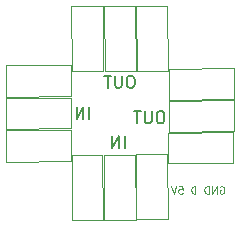
<source format=gbr>
%TF.GenerationSoftware,KiCad,Pcbnew,(5.1.10)-1*%
%TF.CreationDate,2021-06-06T01:41:03+08:00*%
%TF.ProjectId,WS2812B1,57533238-3132-4423-912e-6b696361645f,rev?*%
%TF.SameCoordinates,Original*%
%TF.FileFunction,Legend,Bot*%
%TF.FilePolarity,Positive*%
%FSLAX46Y46*%
G04 Gerber Fmt 4.6, Leading zero omitted, Abs format (unit mm)*
G04 Created by KiCad (PCBNEW (5.1.10)-1) date 2021-06-06 01:41:03*
%MOMM*%
%LPD*%
G01*
G04 APERTURE LIST*
%ADD10C,0.150000*%
%ADD11C,0.101600*%
%ADD12C,0.120000*%
G04 APERTURE END LIST*
D10*
X69980000Y-85322380D02*
X69789523Y-85322380D01*
X69694285Y-85370000D01*
X69599047Y-85465238D01*
X69551428Y-85655714D01*
X69551428Y-85989047D01*
X69599047Y-86179523D01*
X69694285Y-86274761D01*
X69789523Y-86322380D01*
X69980000Y-86322380D01*
X70075238Y-86274761D01*
X70170476Y-86179523D01*
X70218095Y-85989047D01*
X70218095Y-85655714D01*
X70170476Y-85465238D01*
X70075238Y-85370000D01*
X69980000Y-85322380D01*
X69122857Y-85322380D02*
X69122857Y-86131904D01*
X69075238Y-86227142D01*
X69027619Y-86274761D01*
X68932380Y-86322380D01*
X68741904Y-86322380D01*
X68646666Y-86274761D01*
X68599047Y-86227142D01*
X68551428Y-86131904D01*
X68551428Y-85322380D01*
X68218095Y-85322380D02*
X67646666Y-85322380D01*
X67932380Y-86322380D02*
X67932380Y-85322380D01*
X66853809Y-88402380D02*
X66853809Y-87402380D01*
X66377619Y-88402380D02*
X66377619Y-87402380D01*
X65806190Y-88402380D01*
X65806190Y-87402380D01*
X67460000Y-82322380D02*
X67269523Y-82322380D01*
X67174285Y-82370000D01*
X67079047Y-82465238D01*
X67031428Y-82655714D01*
X67031428Y-82989047D01*
X67079047Y-83179523D01*
X67174285Y-83274761D01*
X67269523Y-83322380D01*
X67460000Y-83322380D01*
X67555238Y-83274761D01*
X67650476Y-83179523D01*
X67698095Y-82989047D01*
X67698095Y-82655714D01*
X67650476Y-82465238D01*
X67555238Y-82370000D01*
X67460000Y-82322380D01*
X66602857Y-82322380D02*
X66602857Y-83131904D01*
X66555238Y-83227142D01*
X66507619Y-83274761D01*
X66412380Y-83322380D01*
X66221904Y-83322380D01*
X66126666Y-83274761D01*
X66079047Y-83227142D01*
X66031428Y-83131904D01*
X66031428Y-82322380D01*
X65698095Y-82322380D02*
X65126666Y-82322380D01*
X65412380Y-83322380D02*
X65412380Y-82322380D01*
X63823809Y-85952380D02*
X63823809Y-84952380D01*
X63347619Y-85952380D02*
X63347619Y-84952380D01*
X62776190Y-85952380D01*
X62776190Y-84952380D01*
D11*
X74929642Y-91692500D02*
X74990119Y-91662261D01*
X75080833Y-91662261D01*
X75171547Y-91692500D01*
X75232023Y-91752976D01*
X75262261Y-91813452D01*
X75292500Y-91934404D01*
X75292500Y-92025119D01*
X75262261Y-92146071D01*
X75232023Y-92206547D01*
X75171547Y-92267023D01*
X75080833Y-92297261D01*
X75020357Y-92297261D01*
X74929642Y-92267023D01*
X74899404Y-92236785D01*
X74899404Y-92025119D01*
X75020357Y-92025119D01*
X74627261Y-92297261D02*
X74627261Y-91662261D01*
X74264404Y-92297261D01*
X74264404Y-91662261D01*
X73962023Y-92297261D02*
X73962023Y-91662261D01*
X73810833Y-91662261D01*
X73720119Y-91692500D01*
X73659642Y-91752976D01*
X73629404Y-91813452D01*
X73599166Y-91934404D01*
X73599166Y-92025119D01*
X73629404Y-92146071D01*
X73659642Y-92206547D01*
X73720119Y-92267023D01*
X73810833Y-92297261D01*
X73962023Y-92297261D01*
X72843214Y-92297261D02*
X72843214Y-91662261D01*
X72692023Y-91662261D01*
X72601309Y-91692500D01*
X72540833Y-91752976D01*
X72510595Y-91813452D01*
X72480357Y-91934404D01*
X72480357Y-92025119D01*
X72510595Y-92146071D01*
X72540833Y-92206547D01*
X72601309Y-92267023D01*
X72692023Y-92297261D01*
X72843214Y-92297261D01*
X71422023Y-91662261D02*
X71724404Y-91662261D01*
X71754642Y-91964642D01*
X71724404Y-91934404D01*
X71663928Y-91904166D01*
X71512738Y-91904166D01*
X71452261Y-91934404D01*
X71422023Y-91964642D01*
X71391785Y-92025119D01*
X71391785Y-92176309D01*
X71422023Y-92236785D01*
X71452261Y-92267023D01*
X71512738Y-92297261D01*
X71663928Y-92297261D01*
X71724404Y-92267023D01*
X71754642Y-92236785D01*
X71210357Y-91662261D02*
X70998690Y-92297261D01*
X70787023Y-91662261D01*
D12*
%TO.C,R12*%
X67800000Y-76410000D02*
X67890000Y-81880000D01*
X70490000Y-81900000D02*
X70470000Y-76420000D01*
X70470000Y-76410000D02*
X67800000Y-76410000D01*
X67900000Y-81900000D02*
X70480000Y-81900000D01*
%TO.C,R11*%
X56840000Y-86850000D02*
X62310000Y-86760000D01*
X62330000Y-84160000D02*
X56850000Y-84180000D01*
X56840000Y-84180000D02*
X56840000Y-86850000D01*
X62330000Y-86750000D02*
X62330000Y-84170000D01*
%TO.C,R10*%
X76070000Y-81640000D02*
X70600000Y-81730000D01*
X70580000Y-84330000D02*
X76060000Y-84310000D01*
X76070000Y-84310000D02*
X76070000Y-81640000D01*
X70580000Y-81740000D02*
X70580000Y-84320000D01*
%TO.C,R9*%
X76050000Y-87040000D02*
X70580000Y-87130000D01*
X70560000Y-89730000D02*
X76040000Y-89710000D01*
X76050000Y-89710000D02*
X76050000Y-87040000D01*
X70560000Y-87140000D02*
X70560000Y-89720000D01*
%TO.C,R8*%
X67700000Y-89000000D02*
X65120000Y-89000000D01*
X65130000Y-94490000D02*
X67800000Y-94490000D01*
X65110000Y-89000000D02*
X65130000Y-94480000D01*
X67800000Y-94490000D02*
X67710000Y-89020000D01*
%TO.C,R7*%
X62330000Y-76410000D02*
X62420000Y-81880000D01*
X65020000Y-81900000D02*
X65000000Y-76420000D01*
X65000000Y-76410000D02*
X62330000Y-76410000D01*
X62430000Y-81900000D02*
X65010000Y-81900000D01*
%TO.C,R6*%
X65050000Y-94520000D02*
X64960000Y-89050000D01*
X62360000Y-89030000D02*
X62380000Y-94510000D01*
X62380000Y-94520000D02*
X65050000Y-94520000D01*
X64950000Y-89030000D02*
X62370000Y-89030000D01*
%TO.C,R5*%
X76080000Y-84350000D02*
X70610000Y-84440000D01*
X70590000Y-87040000D02*
X76070000Y-87020000D01*
X76080000Y-87020000D02*
X76080000Y-84350000D01*
X70590000Y-84450000D02*
X70590000Y-87030000D01*
%TO.C,R4*%
X70520000Y-94470000D02*
X70430000Y-89000000D01*
X67830000Y-88980000D02*
X67850000Y-94460000D01*
X67850000Y-94470000D02*
X70520000Y-94470000D01*
X70420000Y-88980000D02*
X67840000Y-88980000D01*
%TO.C,R3*%
X56840000Y-89590000D02*
X62310000Y-89500000D01*
X62330000Y-86900000D02*
X56850000Y-86920000D01*
X56840000Y-86920000D02*
X56840000Y-89590000D01*
X62330000Y-89490000D02*
X62330000Y-86910000D01*
%TO.C,R2*%
X65190000Y-81900000D02*
X67770000Y-81900000D01*
X67760000Y-76410000D02*
X65090000Y-76410000D01*
X67780000Y-81900000D02*
X67760000Y-76420000D01*
X65090000Y-76410000D02*
X65180000Y-81880000D01*
%TO.C,R1*%
X56840000Y-84080000D02*
X62310000Y-83990000D01*
X62330000Y-81390000D02*
X56850000Y-81410000D01*
X56840000Y-81410000D02*
X56840000Y-84080000D01*
X62330000Y-83980000D02*
X62330000Y-81400000D01*
%TD*%
M02*

</source>
